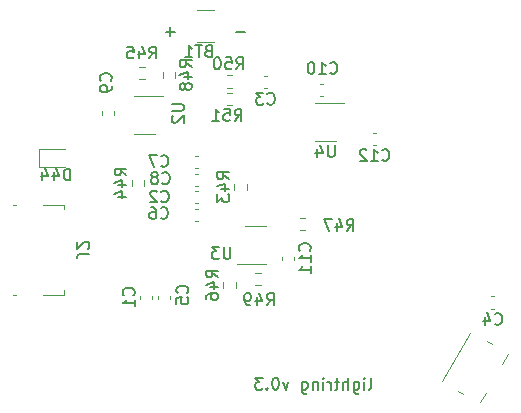
<source format=gbr>
%TF.GenerationSoftware,KiCad,Pcbnew,5.1.8-1.fc33*%
%TF.CreationDate,2021-01-30T22:30:16+01:00*%
%TF.ProjectId,lightring,6c696768-7472-4696-9e67-2e6b69636164,rev?*%
%TF.SameCoordinates,Original*%
%TF.FileFunction,Legend,Bot*%
%TF.FilePolarity,Positive*%
%FSLAX46Y46*%
G04 Gerber Fmt 4.6, Leading zero omitted, Abs format (unit mm)*
G04 Created by KiCad (PCBNEW 5.1.8-1.fc33) date 2021-01-30 22:30:16*
%MOMM*%
%LPD*%
G01*
G04 APERTURE LIST*
%ADD10C,0.150000*%
%ADD11C,0.120000*%
G04 APERTURE END LIST*
D10*
X167830952Y-61461428D02*
X167069047Y-61461428D01*
X161940952Y-61461428D02*
X161179047Y-61461428D01*
X161560000Y-61842380D02*
X161560000Y-61080476D01*
X178354285Y-91772380D02*
X178449523Y-91724761D01*
X178497142Y-91629523D01*
X178497142Y-90772380D01*
X177973333Y-91772380D02*
X177973333Y-91105714D01*
X177973333Y-90772380D02*
X178020952Y-90820000D01*
X177973333Y-90867619D01*
X177925714Y-90820000D01*
X177973333Y-90772380D01*
X177973333Y-90867619D01*
X177068571Y-91105714D02*
X177068571Y-91915238D01*
X177116190Y-92010476D01*
X177163809Y-92058095D01*
X177259047Y-92105714D01*
X177401904Y-92105714D01*
X177497142Y-92058095D01*
X177068571Y-91724761D02*
X177163809Y-91772380D01*
X177354285Y-91772380D01*
X177449523Y-91724761D01*
X177497142Y-91677142D01*
X177544761Y-91581904D01*
X177544761Y-91296190D01*
X177497142Y-91200952D01*
X177449523Y-91153333D01*
X177354285Y-91105714D01*
X177163809Y-91105714D01*
X177068571Y-91153333D01*
X176592380Y-91772380D02*
X176592380Y-90772380D01*
X176163809Y-91772380D02*
X176163809Y-91248571D01*
X176211428Y-91153333D01*
X176306666Y-91105714D01*
X176449523Y-91105714D01*
X176544761Y-91153333D01*
X176592380Y-91200952D01*
X175830476Y-91105714D02*
X175449523Y-91105714D01*
X175687619Y-90772380D02*
X175687619Y-91629523D01*
X175640000Y-91724761D01*
X175544761Y-91772380D01*
X175449523Y-91772380D01*
X175116190Y-91772380D02*
X175116190Y-91105714D01*
X175116190Y-91296190D02*
X175068571Y-91200952D01*
X175020952Y-91153333D01*
X174925714Y-91105714D01*
X174830476Y-91105714D01*
X174497142Y-91772380D02*
X174497142Y-91105714D01*
X174497142Y-90772380D02*
X174544761Y-90820000D01*
X174497142Y-90867619D01*
X174449523Y-90820000D01*
X174497142Y-90772380D01*
X174497142Y-90867619D01*
X174020952Y-91105714D02*
X174020952Y-91772380D01*
X174020952Y-91200952D02*
X173973333Y-91153333D01*
X173878095Y-91105714D01*
X173735238Y-91105714D01*
X173640000Y-91153333D01*
X173592380Y-91248571D01*
X173592380Y-91772380D01*
X172687619Y-91105714D02*
X172687619Y-91915238D01*
X172735238Y-92010476D01*
X172782857Y-92058095D01*
X172878095Y-92105714D01*
X173020952Y-92105714D01*
X173116190Y-92058095D01*
X172687619Y-91724761D02*
X172782857Y-91772380D01*
X172973333Y-91772380D01*
X173068571Y-91724761D01*
X173116190Y-91677142D01*
X173163809Y-91581904D01*
X173163809Y-91296190D01*
X173116190Y-91200952D01*
X173068571Y-91153333D01*
X172973333Y-91105714D01*
X172782857Y-91105714D01*
X172687619Y-91153333D01*
X171544761Y-91105714D02*
X171306666Y-91772380D01*
X171068571Y-91105714D01*
X170497142Y-90772380D02*
X170401904Y-90772380D01*
X170306666Y-90820000D01*
X170259047Y-90867619D01*
X170211428Y-90962857D01*
X170163809Y-91153333D01*
X170163809Y-91391428D01*
X170211428Y-91581904D01*
X170259047Y-91677142D01*
X170306666Y-91724761D01*
X170401904Y-91772380D01*
X170497142Y-91772380D01*
X170592380Y-91724761D01*
X170640000Y-91677142D01*
X170687619Y-91581904D01*
X170735238Y-91391428D01*
X170735238Y-91153333D01*
X170687619Y-90962857D01*
X170640000Y-90867619D01*
X170592380Y-90820000D01*
X170497142Y-90772380D01*
X169735238Y-91677142D02*
X169687619Y-91724761D01*
X169735238Y-91772380D01*
X169782857Y-91724761D01*
X169735238Y-91677142D01*
X169735238Y-91772380D01*
X169354285Y-90772380D02*
X168735238Y-90772380D01*
X169068571Y-91153333D01*
X168925714Y-91153333D01*
X168830476Y-91200952D01*
X168782857Y-91248571D01*
X168735238Y-91343809D01*
X168735238Y-91581904D01*
X168782857Y-91677142D01*
X168830476Y-91724761D01*
X168925714Y-91772380D01*
X169211428Y-91772380D01*
X169306666Y-91724761D01*
X169354285Y-91677142D01*
D11*
%TO.C,SW2*%
X188239647Y-92059086D02*
X187777147Y-92860160D01*
X188336843Y-87640738D02*
X188813157Y-87915738D01*
X185886843Y-91884262D02*
X186363157Y-92159262D01*
X186922853Y-86939840D02*
X184572853Y-91010160D01*
X190127147Y-88789840D02*
X189664647Y-89590914D01*
%TO.C,C1*%
X160010000Y-83809420D02*
X160010000Y-84090580D01*
X158990000Y-83809420D02*
X158990000Y-84090580D01*
%TO.C,C2*%
X163609420Y-74990000D02*
X163890580Y-74990000D01*
X163609420Y-76010000D02*
X163890580Y-76010000D01*
%TO.C,C4*%
X188709420Y-83890000D02*
X188990580Y-83890000D01*
X188709420Y-84910000D02*
X188990580Y-84910000D01*
%TO.C,C5*%
X161560000Y-83809420D02*
X161560000Y-84090580D01*
X160540000Y-83809420D02*
X160540000Y-84090580D01*
%TO.C,C6*%
X163609420Y-76490000D02*
X163890580Y-76490000D01*
X163609420Y-77510000D02*
X163890580Y-77510000D01*
%TO.C,C7*%
X163609420Y-71990000D02*
X163890580Y-71990000D01*
X163609420Y-73010000D02*
X163890580Y-73010000D01*
%TO.C,C8*%
X163609420Y-73490000D02*
X163890580Y-73490000D01*
X163609420Y-74510000D02*
X163890580Y-74510000D01*
%TO.C,C9*%
X155783820Y-68497060D02*
X155783820Y-68215900D01*
X156803820Y-68497060D02*
X156803820Y-68215900D01*
%TO.C,C10*%
X174210100Y-65890680D02*
X174491260Y-65890680D01*
X174210100Y-66910680D02*
X174491260Y-66910680D01*
%TO.C,C11*%
X171036520Y-80785580D02*
X171036520Y-80504420D01*
X172056520Y-80785580D02*
X172056520Y-80504420D01*
%TO.C,C12*%
X178701120Y-70020720D02*
X178982280Y-70020720D01*
X178701120Y-71040720D02*
X178982280Y-71040720D01*
%TO.C,D44*%
X150386780Y-71436560D02*
X152671780Y-71436560D01*
X150386780Y-72906560D02*
X150386780Y-71436560D01*
X152671780Y-72906560D02*
X150386780Y-72906560D01*
%TO.C,J2*%
X148237900Y-83746340D02*
X148497900Y-83746340D01*
X150777900Y-83746340D02*
X152547900Y-83746340D01*
X152547900Y-83746340D02*
X152547900Y-83366340D01*
X152547900Y-76126340D02*
X150777900Y-76126340D01*
X148497900Y-76126340D02*
X148237900Y-76126340D01*
X152547900Y-76126340D02*
X152547900Y-76506340D01*
%TO.C,R43*%
X168022500Y-74362742D02*
X168022500Y-74837258D01*
X166977500Y-74362742D02*
X166977500Y-74837258D01*
%TO.C,R44*%
X159322500Y-74037742D02*
X159322500Y-74512258D01*
X158277500Y-74037742D02*
X158277500Y-74512258D01*
%TO.C,R45*%
X158898822Y-64445620D02*
X159373338Y-64445620D01*
X158898822Y-65490620D02*
X159373338Y-65490620D01*
%TO.C,R46*%
X167082500Y-82672742D02*
X167082500Y-83147258D01*
X166037500Y-82672742D02*
X166037500Y-83147258D01*
%TO.C,R47*%
X172495942Y-77214200D02*
X172970458Y-77214200D01*
X172495942Y-78259200D02*
X172970458Y-78259200D01*
%TO.C,R48*%
X160937500Y-65357258D02*
X160937500Y-64882742D01*
X161982500Y-65357258D02*
X161982500Y-64882742D01*
%TO.C,R49*%
X169195518Y-82925180D02*
X168721002Y-82925180D01*
X169195518Y-81880180D02*
X168721002Y-81880180D01*
%TO.C,U2*%
X158451980Y-66921740D02*
X160901980Y-66921740D01*
X160251980Y-70141740D02*
X158451980Y-70141740D01*
%TO.C,U3*%
X169652520Y-81147560D02*
X167202520Y-81147560D01*
X167852520Y-77927560D02*
X169652520Y-77927560D01*
%TO.C,U4*%
X173778340Y-67538960D02*
X176228340Y-67538960D01*
X175578340Y-70758960D02*
X173778340Y-70758960D01*
%TO.C,BT1*%
X163832703Y-62355000D02*
X165280177Y-62355000D01*
X163832703Y-59645000D02*
X165280177Y-59645000D01*
%TO.C,C3*%
X169459420Y-66270000D02*
X169740580Y-66270000D01*
X169459420Y-65250000D02*
X169740580Y-65250000D01*
%TO.C,R50*%
X166312742Y-65167500D02*
X166787258Y-65167500D01*
X166312742Y-66212500D02*
X166787258Y-66212500D01*
%TO.C,R51*%
X166787258Y-66667500D02*
X166312742Y-66667500D01*
X166787258Y-67712500D02*
X166312742Y-67712500D01*
%TO.C,C1*%
D10*
X158427142Y-83783333D02*
X158474761Y-83735714D01*
X158522380Y-83592857D01*
X158522380Y-83497619D01*
X158474761Y-83354761D01*
X158379523Y-83259523D01*
X158284285Y-83211904D01*
X158093809Y-83164285D01*
X157950952Y-83164285D01*
X157760476Y-83211904D01*
X157665238Y-83259523D01*
X157570000Y-83354761D01*
X157522380Y-83497619D01*
X157522380Y-83592857D01*
X157570000Y-83735714D01*
X157617619Y-83783333D01*
X158522380Y-84735714D02*
X158522380Y-84164285D01*
X158522380Y-84450000D02*
X157522380Y-84450000D01*
X157665238Y-84354761D01*
X157760476Y-84259523D01*
X157808095Y-84164285D01*
%TO.C,C2*%
X160776666Y-75827142D02*
X160824285Y-75874761D01*
X160967142Y-75922380D01*
X161062380Y-75922380D01*
X161205238Y-75874761D01*
X161300476Y-75779523D01*
X161348095Y-75684285D01*
X161395714Y-75493809D01*
X161395714Y-75350952D01*
X161348095Y-75160476D01*
X161300476Y-75065238D01*
X161205238Y-74970000D01*
X161062380Y-74922380D01*
X160967142Y-74922380D01*
X160824285Y-74970000D01*
X160776666Y-75017619D01*
X160395714Y-75017619D02*
X160348095Y-74970000D01*
X160252857Y-74922380D01*
X160014761Y-74922380D01*
X159919523Y-74970000D01*
X159871904Y-75017619D01*
X159824285Y-75112857D01*
X159824285Y-75208095D01*
X159871904Y-75350952D01*
X160443333Y-75922380D01*
X159824285Y-75922380D01*
%TO.C,C4*%
X189016666Y-86187142D02*
X189064285Y-86234761D01*
X189207142Y-86282380D01*
X189302380Y-86282380D01*
X189445238Y-86234761D01*
X189540476Y-86139523D01*
X189588095Y-86044285D01*
X189635714Y-85853809D01*
X189635714Y-85710952D01*
X189588095Y-85520476D01*
X189540476Y-85425238D01*
X189445238Y-85330000D01*
X189302380Y-85282380D01*
X189207142Y-85282380D01*
X189064285Y-85330000D01*
X189016666Y-85377619D01*
X188159523Y-85615714D02*
X188159523Y-86282380D01*
X188397619Y-85234761D02*
X188635714Y-85949047D01*
X188016666Y-85949047D01*
%TO.C,C5*%
X162967142Y-83593333D02*
X163014761Y-83545714D01*
X163062380Y-83402857D01*
X163062380Y-83307619D01*
X163014761Y-83164761D01*
X162919523Y-83069523D01*
X162824285Y-83021904D01*
X162633809Y-82974285D01*
X162490952Y-82974285D01*
X162300476Y-83021904D01*
X162205238Y-83069523D01*
X162110000Y-83164761D01*
X162062380Y-83307619D01*
X162062380Y-83402857D01*
X162110000Y-83545714D01*
X162157619Y-83593333D01*
X162062380Y-84498095D02*
X162062380Y-84021904D01*
X162538571Y-83974285D01*
X162490952Y-84021904D01*
X162443333Y-84117142D01*
X162443333Y-84355238D01*
X162490952Y-84450476D01*
X162538571Y-84498095D01*
X162633809Y-84545714D01*
X162871904Y-84545714D01*
X162967142Y-84498095D01*
X163014761Y-84450476D01*
X163062380Y-84355238D01*
X163062380Y-84117142D01*
X163014761Y-84021904D01*
X162967142Y-83974285D01*
%TO.C,C6*%
X160726666Y-77227142D02*
X160774285Y-77274761D01*
X160917142Y-77322380D01*
X161012380Y-77322380D01*
X161155238Y-77274761D01*
X161250476Y-77179523D01*
X161298095Y-77084285D01*
X161345714Y-76893809D01*
X161345714Y-76750952D01*
X161298095Y-76560476D01*
X161250476Y-76465238D01*
X161155238Y-76370000D01*
X161012380Y-76322380D01*
X160917142Y-76322380D01*
X160774285Y-76370000D01*
X160726666Y-76417619D01*
X159869523Y-76322380D02*
X160060000Y-76322380D01*
X160155238Y-76370000D01*
X160202857Y-76417619D01*
X160298095Y-76560476D01*
X160345714Y-76750952D01*
X160345714Y-77131904D01*
X160298095Y-77227142D01*
X160250476Y-77274761D01*
X160155238Y-77322380D01*
X159964761Y-77322380D01*
X159869523Y-77274761D01*
X159821904Y-77227142D01*
X159774285Y-77131904D01*
X159774285Y-76893809D01*
X159821904Y-76798571D01*
X159869523Y-76750952D01*
X159964761Y-76703333D01*
X160155238Y-76703333D01*
X160250476Y-76750952D01*
X160298095Y-76798571D01*
X160345714Y-76893809D01*
%TO.C,C7*%
X160766666Y-72817142D02*
X160814285Y-72864761D01*
X160957142Y-72912380D01*
X161052380Y-72912380D01*
X161195238Y-72864761D01*
X161290476Y-72769523D01*
X161338095Y-72674285D01*
X161385714Y-72483809D01*
X161385714Y-72340952D01*
X161338095Y-72150476D01*
X161290476Y-72055238D01*
X161195238Y-71960000D01*
X161052380Y-71912380D01*
X160957142Y-71912380D01*
X160814285Y-71960000D01*
X160766666Y-72007619D01*
X160433333Y-71912380D02*
X159766666Y-71912380D01*
X160195238Y-72912380D01*
%TO.C,C8*%
X160876666Y-74277142D02*
X160924285Y-74324761D01*
X161067142Y-74372380D01*
X161162380Y-74372380D01*
X161305238Y-74324761D01*
X161400476Y-74229523D01*
X161448095Y-74134285D01*
X161495714Y-73943809D01*
X161495714Y-73800952D01*
X161448095Y-73610476D01*
X161400476Y-73515238D01*
X161305238Y-73420000D01*
X161162380Y-73372380D01*
X161067142Y-73372380D01*
X160924285Y-73420000D01*
X160876666Y-73467619D01*
X160305238Y-73800952D02*
X160400476Y-73753333D01*
X160448095Y-73705714D01*
X160495714Y-73610476D01*
X160495714Y-73562857D01*
X160448095Y-73467619D01*
X160400476Y-73420000D01*
X160305238Y-73372380D01*
X160114761Y-73372380D01*
X160019523Y-73420000D01*
X159971904Y-73467619D01*
X159924285Y-73562857D01*
X159924285Y-73610476D01*
X159971904Y-73705714D01*
X160019523Y-73753333D01*
X160114761Y-73800952D01*
X160305238Y-73800952D01*
X160400476Y-73848571D01*
X160448095Y-73896190D01*
X160495714Y-73991428D01*
X160495714Y-74181904D01*
X160448095Y-74277142D01*
X160400476Y-74324761D01*
X160305238Y-74372380D01*
X160114761Y-74372380D01*
X160019523Y-74324761D01*
X159971904Y-74277142D01*
X159924285Y-74181904D01*
X159924285Y-73991428D01*
X159971904Y-73896190D01*
X160019523Y-73848571D01*
X160114761Y-73800952D01*
%TO.C,C9*%
X156487142Y-65613333D02*
X156534761Y-65565714D01*
X156582380Y-65422857D01*
X156582380Y-65327619D01*
X156534761Y-65184761D01*
X156439523Y-65089523D01*
X156344285Y-65041904D01*
X156153809Y-64994285D01*
X156010952Y-64994285D01*
X155820476Y-65041904D01*
X155725238Y-65089523D01*
X155630000Y-65184761D01*
X155582380Y-65327619D01*
X155582380Y-65422857D01*
X155630000Y-65565714D01*
X155677619Y-65613333D01*
X156582380Y-66089523D02*
X156582380Y-66280000D01*
X156534761Y-66375238D01*
X156487142Y-66422857D01*
X156344285Y-66518095D01*
X156153809Y-66565714D01*
X155772857Y-66565714D01*
X155677619Y-66518095D01*
X155630000Y-66470476D01*
X155582380Y-66375238D01*
X155582380Y-66184761D01*
X155630000Y-66089523D01*
X155677619Y-66041904D01*
X155772857Y-65994285D01*
X156010952Y-65994285D01*
X156106190Y-66041904D01*
X156153809Y-66089523D01*
X156201428Y-66184761D01*
X156201428Y-66375238D01*
X156153809Y-66470476D01*
X156106190Y-66518095D01*
X156010952Y-66565714D01*
%TO.C,C10*%
X175082857Y-64957142D02*
X175130476Y-65004761D01*
X175273333Y-65052380D01*
X175368571Y-65052380D01*
X175511428Y-65004761D01*
X175606666Y-64909523D01*
X175654285Y-64814285D01*
X175701904Y-64623809D01*
X175701904Y-64480952D01*
X175654285Y-64290476D01*
X175606666Y-64195238D01*
X175511428Y-64100000D01*
X175368571Y-64052380D01*
X175273333Y-64052380D01*
X175130476Y-64100000D01*
X175082857Y-64147619D01*
X174130476Y-65052380D02*
X174701904Y-65052380D01*
X174416190Y-65052380D02*
X174416190Y-64052380D01*
X174511428Y-64195238D01*
X174606666Y-64290476D01*
X174701904Y-64338095D01*
X173511428Y-64052380D02*
X173416190Y-64052380D01*
X173320952Y-64100000D01*
X173273333Y-64147619D01*
X173225714Y-64242857D01*
X173178095Y-64433333D01*
X173178095Y-64671428D01*
X173225714Y-64861904D01*
X173273333Y-64957142D01*
X173320952Y-65004761D01*
X173416190Y-65052380D01*
X173511428Y-65052380D01*
X173606666Y-65004761D01*
X173654285Y-64957142D01*
X173701904Y-64861904D01*
X173749523Y-64671428D01*
X173749523Y-64433333D01*
X173701904Y-64242857D01*
X173654285Y-64147619D01*
X173606666Y-64100000D01*
X173511428Y-64052380D01*
%TO.C,C11*%
X173333662Y-80002142D02*
X173381281Y-79954523D01*
X173428900Y-79811666D01*
X173428900Y-79716428D01*
X173381281Y-79573571D01*
X173286043Y-79478333D01*
X173190805Y-79430714D01*
X173000329Y-79383095D01*
X172857472Y-79383095D01*
X172666996Y-79430714D01*
X172571758Y-79478333D01*
X172476520Y-79573571D01*
X172428900Y-79716428D01*
X172428900Y-79811666D01*
X172476520Y-79954523D01*
X172524139Y-80002142D01*
X173428900Y-80954523D02*
X173428900Y-80383095D01*
X173428900Y-80668809D02*
X172428900Y-80668809D01*
X172571758Y-80573571D01*
X172666996Y-80478333D01*
X172714615Y-80383095D01*
X173428900Y-81906904D02*
X173428900Y-81335476D01*
X173428900Y-81621190D02*
X172428900Y-81621190D01*
X172571758Y-81525952D01*
X172666996Y-81430714D01*
X172714615Y-81335476D01*
%TO.C,C12*%
X179484557Y-72317862D02*
X179532176Y-72365481D01*
X179675033Y-72413100D01*
X179770271Y-72413100D01*
X179913128Y-72365481D01*
X180008366Y-72270243D01*
X180055985Y-72175005D01*
X180103604Y-71984529D01*
X180103604Y-71841672D01*
X180055985Y-71651196D01*
X180008366Y-71555958D01*
X179913128Y-71460720D01*
X179770271Y-71413100D01*
X179675033Y-71413100D01*
X179532176Y-71460720D01*
X179484557Y-71508339D01*
X178532176Y-72413100D02*
X179103604Y-72413100D01*
X178817890Y-72413100D02*
X178817890Y-71413100D01*
X178913128Y-71555958D01*
X179008366Y-71651196D01*
X179103604Y-71698815D01*
X178151223Y-71508339D02*
X178103604Y-71460720D01*
X178008366Y-71413100D01*
X177770271Y-71413100D01*
X177675033Y-71460720D01*
X177627414Y-71508339D01*
X177579795Y-71603577D01*
X177579795Y-71698815D01*
X177627414Y-71841672D01*
X178198842Y-72413100D01*
X177579795Y-72413100D01*
%TO.C,D44*%
X153086065Y-74053940D02*
X153086065Y-73053940D01*
X152847970Y-73053940D01*
X152705113Y-73101560D01*
X152609875Y-73196798D01*
X152562256Y-73292036D01*
X152514637Y-73482512D01*
X152514637Y-73625369D01*
X152562256Y-73815845D01*
X152609875Y-73911083D01*
X152705113Y-74006321D01*
X152847970Y-74053940D01*
X153086065Y-74053940D01*
X151657494Y-73387274D02*
X151657494Y-74053940D01*
X151895589Y-73006321D02*
X152133684Y-73720607D01*
X151514637Y-73720607D01*
X150705113Y-73387274D02*
X150705113Y-74053940D01*
X150943208Y-73006321D02*
X151181303Y-73720607D01*
X150562256Y-73720607D01*
%TO.C,J2*%
X154685519Y-80269673D02*
X153971233Y-80269673D01*
X153828376Y-80317292D01*
X153733138Y-80412530D01*
X153685519Y-80555387D01*
X153685519Y-80650625D01*
X154590280Y-79841101D02*
X154637900Y-79793482D01*
X154685519Y-79698244D01*
X154685519Y-79460149D01*
X154637900Y-79364911D01*
X154590280Y-79317292D01*
X154495042Y-79269673D01*
X154399804Y-79269673D01*
X154256947Y-79317292D01*
X153685519Y-79888720D01*
X153685519Y-79269673D01*
%TO.C,R43*%
X166522380Y-73957142D02*
X166046190Y-73623809D01*
X166522380Y-73385714D02*
X165522380Y-73385714D01*
X165522380Y-73766666D01*
X165570000Y-73861904D01*
X165617619Y-73909523D01*
X165712857Y-73957142D01*
X165855714Y-73957142D01*
X165950952Y-73909523D01*
X165998571Y-73861904D01*
X166046190Y-73766666D01*
X166046190Y-73385714D01*
X165855714Y-74814285D02*
X166522380Y-74814285D01*
X165474761Y-74576190D02*
X166189047Y-74338095D01*
X166189047Y-74957142D01*
X165522380Y-75242857D02*
X165522380Y-75861904D01*
X165903333Y-75528571D01*
X165903333Y-75671428D01*
X165950952Y-75766666D01*
X165998571Y-75814285D01*
X166093809Y-75861904D01*
X166331904Y-75861904D01*
X166427142Y-75814285D01*
X166474761Y-75766666D01*
X166522380Y-75671428D01*
X166522380Y-75385714D01*
X166474761Y-75290476D01*
X166427142Y-75242857D01*
%TO.C,R44*%
X157822380Y-73632142D02*
X157346190Y-73298809D01*
X157822380Y-73060714D02*
X156822380Y-73060714D01*
X156822380Y-73441666D01*
X156870000Y-73536904D01*
X156917619Y-73584523D01*
X157012857Y-73632142D01*
X157155714Y-73632142D01*
X157250952Y-73584523D01*
X157298571Y-73536904D01*
X157346190Y-73441666D01*
X157346190Y-73060714D01*
X157155714Y-74489285D02*
X157822380Y-74489285D01*
X156774761Y-74251190D02*
X157489047Y-74013095D01*
X157489047Y-74632142D01*
X157155714Y-75441666D02*
X157822380Y-75441666D01*
X156774761Y-75203571D02*
X157489047Y-74965476D01*
X157489047Y-75584523D01*
%TO.C,R45*%
X159778937Y-63732380D02*
X160112270Y-63256190D01*
X160350365Y-63732380D02*
X160350365Y-62732380D01*
X159969413Y-62732380D01*
X159874175Y-62780000D01*
X159826556Y-62827619D01*
X159778937Y-62922857D01*
X159778937Y-63065714D01*
X159826556Y-63160952D01*
X159874175Y-63208571D01*
X159969413Y-63256190D01*
X160350365Y-63256190D01*
X158921794Y-63065714D02*
X158921794Y-63732380D01*
X159159889Y-62684761D02*
X159397984Y-63399047D01*
X158778937Y-63399047D01*
X157921794Y-62732380D02*
X158397984Y-62732380D01*
X158445603Y-63208571D01*
X158397984Y-63160952D01*
X158302746Y-63113333D01*
X158064651Y-63113333D01*
X157969413Y-63160952D01*
X157921794Y-63208571D01*
X157874175Y-63303809D01*
X157874175Y-63541904D01*
X157921794Y-63637142D01*
X157969413Y-63684761D01*
X158064651Y-63732380D01*
X158302746Y-63732380D01*
X158397984Y-63684761D01*
X158445603Y-63637142D01*
%TO.C,R46*%
X165582380Y-82267142D02*
X165106190Y-81933809D01*
X165582380Y-81695714D02*
X164582380Y-81695714D01*
X164582380Y-82076666D01*
X164630000Y-82171904D01*
X164677619Y-82219523D01*
X164772857Y-82267142D01*
X164915714Y-82267142D01*
X165010952Y-82219523D01*
X165058571Y-82171904D01*
X165106190Y-82076666D01*
X165106190Y-81695714D01*
X164915714Y-83124285D02*
X165582380Y-83124285D01*
X164534761Y-82886190D02*
X165249047Y-82648095D01*
X165249047Y-83267142D01*
X164582380Y-84076666D02*
X164582380Y-83886190D01*
X164630000Y-83790952D01*
X164677619Y-83743333D01*
X164820476Y-83648095D01*
X165010952Y-83600476D01*
X165391904Y-83600476D01*
X165487142Y-83648095D01*
X165534761Y-83695714D01*
X165582380Y-83790952D01*
X165582380Y-83981428D01*
X165534761Y-84076666D01*
X165487142Y-84124285D01*
X165391904Y-84171904D01*
X165153809Y-84171904D01*
X165058571Y-84124285D01*
X165010952Y-84076666D01*
X164963333Y-83981428D01*
X164963333Y-83790952D01*
X165010952Y-83695714D01*
X165058571Y-83648095D01*
X165153809Y-83600476D01*
%TO.C,R47*%
X176482857Y-78332380D02*
X176816190Y-77856190D01*
X177054285Y-78332380D02*
X177054285Y-77332380D01*
X176673333Y-77332380D01*
X176578095Y-77380000D01*
X176530476Y-77427619D01*
X176482857Y-77522857D01*
X176482857Y-77665714D01*
X176530476Y-77760952D01*
X176578095Y-77808571D01*
X176673333Y-77856190D01*
X177054285Y-77856190D01*
X175625714Y-77665714D02*
X175625714Y-78332380D01*
X175863809Y-77284761D02*
X176101904Y-77999047D01*
X175482857Y-77999047D01*
X175197142Y-77332380D02*
X174530476Y-77332380D01*
X174959047Y-78332380D01*
%TO.C,R48*%
X163342380Y-64477142D02*
X162866190Y-64143809D01*
X163342380Y-63905714D02*
X162342380Y-63905714D01*
X162342380Y-64286666D01*
X162390000Y-64381904D01*
X162437619Y-64429523D01*
X162532857Y-64477142D01*
X162675714Y-64477142D01*
X162770952Y-64429523D01*
X162818571Y-64381904D01*
X162866190Y-64286666D01*
X162866190Y-63905714D01*
X162675714Y-65334285D02*
X163342380Y-65334285D01*
X162294761Y-65096190D02*
X163009047Y-64858095D01*
X163009047Y-65477142D01*
X162770952Y-66000952D02*
X162723333Y-65905714D01*
X162675714Y-65858095D01*
X162580476Y-65810476D01*
X162532857Y-65810476D01*
X162437619Y-65858095D01*
X162390000Y-65905714D01*
X162342380Y-66000952D01*
X162342380Y-66191428D01*
X162390000Y-66286666D01*
X162437619Y-66334285D01*
X162532857Y-66381904D01*
X162580476Y-66381904D01*
X162675714Y-66334285D01*
X162723333Y-66286666D01*
X162770952Y-66191428D01*
X162770952Y-66000952D01*
X162818571Y-65905714D01*
X162866190Y-65858095D01*
X162961428Y-65810476D01*
X163151904Y-65810476D01*
X163247142Y-65858095D01*
X163294761Y-65905714D01*
X163342380Y-66000952D01*
X163342380Y-66191428D01*
X163294761Y-66286666D01*
X163247142Y-66334285D01*
X163151904Y-66381904D01*
X162961428Y-66381904D01*
X162866190Y-66334285D01*
X162818571Y-66286666D01*
X162770952Y-66191428D01*
%TO.C,R49*%
X169712857Y-84622380D02*
X170046190Y-84146190D01*
X170284285Y-84622380D02*
X170284285Y-83622380D01*
X169903333Y-83622380D01*
X169808095Y-83670000D01*
X169760476Y-83717619D01*
X169712857Y-83812857D01*
X169712857Y-83955714D01*
X169760476Y-84050952D01*
X169808095Y-84098571D01*
X169903333Y-84146190D01*
X170284285Y-84146190D01*
X168855714Y-83955714D02*
X168855714Y-84622380D01*
X169093809Y-83574761D02*
X169331904Y-84289047D01*
X168712857Y-84289047D01*
X168284285Y-84622380D02*
X168093809Y-84622380D01*
X167998571Y-84574761D01*
X167950952Y-84527142D01*
X167855714Y-84384285D01*
X167808095Y-84193809D01*
X167808095Y-83812857D01*
X167855714Y-83717619D01*
X167903333Y-83670000D01*
X167998571Y-83622380D01*
X168189047Y-83622380D01*
X168284285Y-83670000D01*
X168331904Y-83717619D01*
X168379523Y-83812857D01*
X168379523Y-84050952D01*
X168331904Y-84146190D01*
X168284285Y-84193809D01*
X168189047Y-84241428D01*
X167998571Y-84241428D01*
X167903333Y-84193809D01*
X167855714Y-84146190D01*
X167808095Y-84050952D01*
%TO.C,U2*%
X161682380Y-67598095D02*
X162491904Y-67598095D01*
X162587142Y-67645714D01*
X162634761Y-67693333D01*
X162682380Y-67788571D01*
X162682380Y-67979047D01*
X162634761Y-68074285D01*
X162587142Y-68121904D01*
X162491904Y-68169523D01*
X161682380Y-68169523D01*
X161777619Y-68598095D02*
X161730000Y-68645714D01*
X161682380Y-68740952D01*
X161682380Y-68979047D01*
X161730000Y-69074285D01*
X161777619Y-69121904D01*
X161872857Y-69169523D01*
X161968095Y-69169523D01*
X162110952Y-69121904D01*
X162682380Y-68550476D01*
X162682380Y-69169523D01*
%TO.C,U3*%
X166641904Y-79692380D02*
X166641904Y-80501904D01*
X166594285Y-80597142D01*
X166546666Y-80644761D01*
X166451428Y-80692380D01*
X166260952Y-80692380D01*
X166165714Y-80644761D01*
X166118095Y-80597142D01*
X166070476Y-80501904D01*
X166070476Y-79692380D01*
X165689523Y-79692380D02*
X165070476Y-79692380D01*
X165403809Y-80073333D01*
X165260952Y-80073333D01*
X165165714Y-80120952D01*
X165118095Y-80168571D01*
X165070476Y-80263809D01*
X165070476Y-80501904D01*
X165118095Y-80597142D01*
X165165714Y-80644761D01*
X165260952Y-80692380D01*
X165546666Y-80692380D01*
X165641904Y-80644761D01*
X165689523Y-80597142D01*
%TO.C,U4*%
X175451904Y-71072380D02*
X175451904Y-71881904D01*
X175404285Y-71977142D01*
X175356666Y-72024761D01*
X175261428Y-72072380D01*
X175070952Y-72072380D01*
X174975714Y-72024761D01*
X174928095Y-71977142D01*
X174880476Y-71881904D01*
X174880476Y-71072380D01*
X173975714Y-71405714D02*
X173975714Y-72072380D01*
X174213809Y-71024761D02*
X174451904Y-71739047D01*
X173832857Y-71739047D01*
%TO.C,BT1*%
X164755714Y-63088571D02*
X164612857Y-63136190D01*
X164565238Y-63183809D01*
X164517619Y-63279047D01*
X164517619Y-63421904D01*
X164565238Y-63517142D01*
X164612857Y-63564761D01*
X164708095Y-63612380D01*
X165089047Y-63612380D01*
X165089047Y-62612380D01*
X164755714Y-62612380D01*
X164660476Y-62660000D01*
X164612857Y-62707619D01*
X164565238Y-62802857D01*
X164565238Y-62898095D01*
X164612857Y-62993333D01*
X164660476Y-63040952D01*
X164755714Y-63088571D01*
X165089047Y-63088571D01*
X164231904Y-62612380D02*
X163660476Y-62612380D01*
X163946190Y-63612380D02*
X163946190Y-62612380D01*
X162803333Y-63612380D02*
X163374761Y-63612380D01*
X163089047Y-63612380D02*
X163089047Y-62612380D01*
X163184285Y-62755238D01*
X163279523Y-62850476D01*
X163374761Y-62898095D01*
%TO.C,C3*%
X169766666Y-67547142D02*
X169814285Y-67594761D01*
X169957142Y-67642380D01*
X170052380Y-67642380D01*
X170195238Y-67594761D01*
X170290476Y-67499523D01*
X170338095Y-67404285D01*
X170385714Y-67213809D01*
X170385714Y-67070952D01*
X170338095Y-66880476D01*
X170290476Y-66785238D01*
X170195238Y-66690000D01*
X170052380Y-66642380D01*
X169957142Y-66642380D01*
X169814285Y-66690000D01*
X169766666Y-66737619D01*
X169433333Y-66642380D02*
X168814285Y-66642380D01*
X169147619Y-67023333D01*
X169004761Y-67023333D01*
X168909523Y-67070952D01*
X168861904Y-67118571D01*
X168814285Y-67213809D01*
X168814285Y-67451904D01*
X168861904Y-67547142D01*
X168909523Y-67594761D01*
X169004761Y-67642380D01*
X169290476Y-67642380D01*
X169385714Y-67594761D01*
X169433333Y-67547142D01*
%TO.C,R50*%
X167132857Y-64642380D02*
X167466190Y-64166190D01*
X167704285Y-64642380D02*
X167704285Y-63642380D01*
X167323333Y-63642380D01*
X167228095Y-63690000D01*
X167180476Y-63737619D01*
X167132857Y-63832857D01*
X167132857Y-63975714D01*
X167180476Y-64070952D01*
X167228095Y-64118571D01*
X167323333Y-64166190D01*
X167704285Y-64166190D01*
X166228095Y-63642380D02*
X166704285Y-63642380D01*
X166751904Y-64118571D01*
X166704285Y-64070952D01*
X166609047Y-64023333D01*
X166370952Y-64023333D01*
X166275714Y-64070952D01*
X166228095Y-64118571D01*
X166180476Y-64213809D01*
X166180476Y-64451904D01*
X166228095Y-64547142D01*
X166275714Y-64594761D01*
X166370952Y-64642380D01*
X166609047Y-64642380D01*
X166704285Y-64594761D01*
X166751904Y-64547142D01*
X165561428Y-63642380D02*
X165466190Y-63642380D01*
X165370952Y-63690000D01*
X165323333Y-63737619D01*
X165275714Y-63832857D01*
X165228095Y-64023333D01*
X165228095Y-64261428D01*
X165275714Y-64451904D01*
X165323333Y-64547142D01*
X165370952Y-64594761D01*
X165466190Y-64642380D01*
X165561428Y-64642380D01*
X165656666Y-64594761D01*
X165704285Y-64547142D01*
X165751904Y-64451904D01*
X165799523Y-64261428D01*
X165799523Y-64023333D01*
X165751904Y-63832857D01*
X165704285Y-63737619D01*
X165656666Y-63690000D01*
X165561428Y-63642380D01*
%TO.C,R51*%
X166992857Y-69012380D02*
X167326190Y-68536190D01*
X167564285Y-69012380D02*
X167564285Y-68012380D01*
X167183333Y-68012380D01*
X167088095Y-68060000D01*
X167040476Y-68107619D01*
X166992857Y-68202857D01*
X166992857Y-68345714D01*
X167040476Y-68440952D01*
X167088095Y-68488571D01*
X167183333Y-68536190D01*
X167564285Y-68536190D01*
X166088095Y-68012380D02*
X166564285Y-68012380D01*
X166611904Y-68488571D01*
X166564285Y-68440952D01*
X166469047Y-68393333D01*
X166230952Y-68393333D01*
X166135714Y-68440952D01*
X166088095Y-68488571D01*
X166040476Y-68583809D01*
X166040476Y-68821904D01*
X166088095Y-68917142D01*
X166135714Y-68964761D01*
X166230952Y-69012380D01*
X166469047Y-69012380D01*
X166564285Y-68964761D01*
X166611904Y-68917142D01*
X165088095Y-69012380D02*
X165659523Y-69012380D01*
X165373809Y-69012380D02*
X165373809Y-68012380D01*
X165469047Y-68155238D01*
X165564285Y-68250476D01*
X165659523Y-68298095D01*
%TD*%
M02*

</source>
